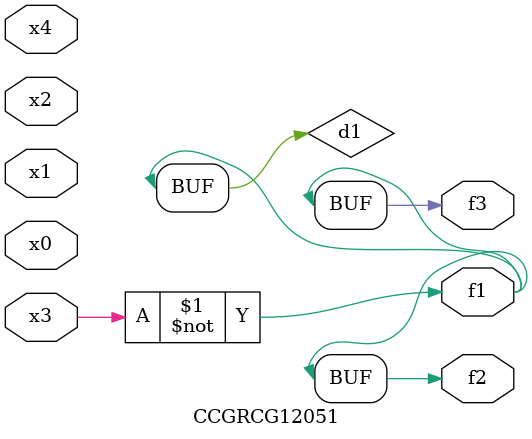
<source format=v>
module CCGRCG12051(
	input x0, x1, x2, x3, x4,
	output f1, f2, f3
);

	wire d1, d2;

	xnor (d1, x3);
	not (d2, x1);
	assign f1 = d1;
	assign f2 = d1;
	assign f3 = d1;
endmodule

</source>
